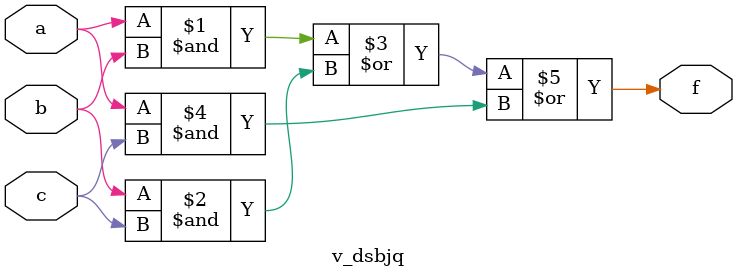
<source format=v>
`timescale 1ns / 1ps
module v_dsbjq(
    input a,
    input b,
    input c,
    output f
    );
 assign f=a&b |b&c |a&c;
// f=ab+bc+ac;
endmodule

</source>
